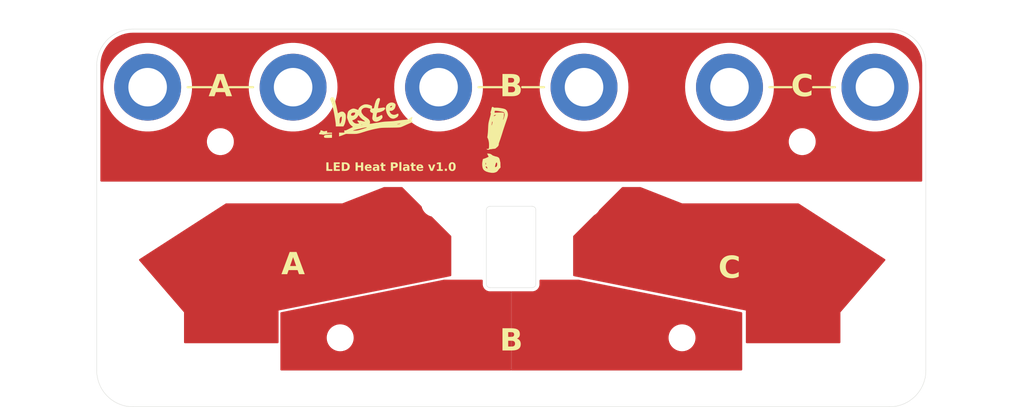
<source format=kicad_pcb>
(kicad_pcb (version 20240108) (generator "pcbnew") (generator_version "8.0")
  (layers (0 "F.Cu" signal) (1 "In1.Cu" signal) (2 "In2.Cu" signal) (31 "B.Cu" signal) (34 "B.Paste" user) (35 "F.Paste" user) (36 "B.SilkS" user "B.Silkscreen") (37 "F.SilkS" user "F.Silkscreen") (38 "B.Mask" user) (39 "F.Mask" user) (44 "Edge.Cuts" user))
  (net 0 "")
  (net 1 "Net-(H7-Pad1)")
  (net 2 "Net-(H10-Pad1)")
  (net 3 "Net-(H11-Pad1)")
  (footprint "MountingHole:MountingHole_3.2mm_M3" (layer "F.Cu") (at 91.975 88)
    (property "Reference" "H3" (hide yes))
    (property "Value" "MountingHole" (hide yes))
    (pad "" np_thru_hole circle (at 0 0) (size 3.2 3.2) (drill 3.2) (layers "*.Mask" "F.Cu" "In1.Cu" "In2.Cu" "B.Cu"))
  )
  (footprint "MountingHole:MountingHole_5.3mm_M5_DIN965_Pad" (layer "F.Cu") (at 150 55)
    (property "Reference" "H10" (hide yes))
    (property "Value" "MountingHole_Pad")
    (pad "1" thru_hole circle (at 0 0) (size 9.2 9.2) (drill 5.3) (layers "*.Cu" "*.Mask") (net 2 "Net-(H10-Pad1)"))
  )
  (footprint "MountingHole:MountingHole_3.2mm_M3" (layer "F.Cu") (at 100 62.5)
    (property "Reference" "H2" (hide yes))
    (property "Value" "MountingHole" (hide yes))
    (pad "" np_thru_hole circle (at 0 0) (size 3.2 3.2) (drill 3.2) (layers "*.Mask" "F.Cu" "In1.Cu" "In2.Cu" "B.Cu"))
  )
  (footprint "MountingHole:MountingHole_5.3mm_M5_DIN965_Pad" (layer "F.Cu") (at 110 55)
    (property "Reference" "H8" (hide yes))
    (property "Value" "MountingHole_Pad")
    (pad "1" thru_hole circle (at 0 0) (size 9.2 9.2) (drill 5.3) (layers "*.Cu" "*.Mask") (net 1 "Net-(H7-Pad1)"))
  )
  (footprint "MountingHole:MountingHole_3.2mm_M3" (layer "F.Cu") (at 150.475 71)
    (property "Reference" "H4" (hide yes))
    (property "Value" "MountingHole" (hide yes))
    (pad "" np_thru_hole circle (at 0 0) (size 3.2 3.2) (drill 3.2) (layers "*.Mask" "F.Cu" "In1.Cu" "In2.Cu" "B.Cu"))
  )
  (footprint "MountingHole:MountingHole_5.3mm_M5_DIN965_Pad" (layer "F.Cu") (at 190 55)
    (property "Reference" "H12" (hide yes))
    (property "Value" "MountingHole_Pad")
    (pad "1" thru_hole circle (at 0 0) (size 9.2 9.2) (drill 5.3) (layers "*.Cu" "*.Mask") (net 3 "Net-(H11-Pad1)"))
  )
  (footprint "MountingHole:MountingHole_3.2mm_M3" (layer "F.Cu") (at 180 62.5)
    (property "Reference" "H2" (hide yes))
    (property "Value" "MountingHole" (hide yes))
    (pad "" np_thru_hole circle (at 0 0) (size 3.2 3.2) (drill 3.2) (layers "*.Mask" "F.Cu" "In1.Cu" "In2.Cu" "B.Cu"))
  )
  (footprint "MountingHole:MountingHole_3.2mm_M3" (layer "F.Cu") (at 116.475 89.5)
    (property "Reference" "H6" (hide yes))
    (property "Value" "MountingHole" (hide yes))
    (pad "" np_thru_hole circle (at 0 0) (size 3.2 3.2) (drill 3.2) (layers "*.Mask" "F.Cu" "In1.Cu" "In2.Cu" "B.Cu"))
  )
  (footprint "MountingHole:MountingHole_5.3mm_M5_DIN965_Pad" (layer "F.Cu") (at 90 55)
    (property "Reference" "H7" (hide yes))
    (property "Value" "MountingHole_Pad")
    (pad "1" thru_hole circle (at 0 0) (size 9.2 9.2) (drill 5.3) (layers "*.Cu" "*.Mask") (net 1 "Net-(H7-Pad1)"))
  )
  (footprint "MountingHole:MountingHole_5.3mm_M5_DIN965_Pad" (layer "F.Cu") (at 170 55)
    (property "Reference" "H11" (hide yes))
    (property "Value" "MountingHole_Pad")
    (pad "1" thru_hole circle (at 0 0) (size 9.2 9.2) (drill 5.3) (layers "*.Cu" "*.Mask") (net 3 "Net-(H11-Pad1)"))
  )
  (footprint "MountingHole:MountingHole_3.2mm_M3" (layer "F.Cu") (at 187.975 88)
    (property "Reference" "H2" (hide yes))
    (property "Value" "MountingHole" (hide yes))
    (pad "" np_thru_hole circle (at 0 0) (size 3.2 3.2) (drill 3.2) (layers "*.Mask" "F.Cu" "In1.Cu" "In2.Cu" "B.Cu"))
  )
  (footprint "LOGO" (layer "F.Cu") (at 126.75 61.5)
    (property "Reference" "G***" (hide yes))
    (property "Value" "LOGO" (hide yes))
  )
  (footprint "MountingHole:MountingHole_5.3mm_M5_DIN965_Pad" (layer "F.Cu") (at 130 55)
    (property "Reference" "H9" (hide yes))
    (property "Value" "MountingHole_Pad")
    (pad "1" thru_hole circle (at 0 0) (size 9.2 9.2) (drill 5.3) (layers "*.Cu" "*.Mask") (net 2 "Net-(H10-Pad1)"))
  )
  (footprint "MountingHole:MountingHole_3.2mm_M3" (layer "F.Cu") (at 163.475 89.5 180)
    (property "Reference" "H5" (hide yes))
    (property "Value" "MountingHole" (hide yes))
    (pad "" np_thru_hole circle (at 0 0 180) (size 3.2 3.2) (drill 3.2) (layers "*.Mask" "F.Cu" "In1.Cu" "In2.Cu" "B.Cu"))
  )
  (footprint "MountingHole:MountingHole_3.2mm_M3" (layer "F.Cu") (at 129.475 71)
    (property "Reference" "H1" (hide yes))
    (property "Value" "MountingHole" (hide yes))
    (pad "" np_thru_hole circle (at 0 0) (size 3.2 3.2) (drill 3.2) (layers "*.Mask" "F.Cu" "In1.Cu" "In2.Cu" "B.Cu"))
  )
  (gr_line (start 184.5 55) (end 181.5 55) (stroke (width 0.3)) (layer "F.SilkS"))
  (gr_line (start 104.5 55) (end 101.25 55) (stroke (width 0.3)) (layer "F.SilkS"))
  (gr_line (start 178.5 55) (end 175.5 55) (stroke (width 0.3)) (layer "F.SilkS"))
  (gr_line (start 144.5 55) (end 141.5 55) (stroke (width 0.3)) (layer "F.SilkS"))
  (gr_line (start 98.75 55) (end 95.5 55) (stroke (width 0.3)) (layer "F.SilkS"))
  (gr_line (start 138.75 55) (end 135.5 55) (stroke (width 0.3)) (layer "F.SilkS"))
  (gr_line (start 137.075 71.4) (end 142.875 71.4) (stroke (width 0.05)) (layer "Edge.Cuts"))
  (gr_arc (start 192 47) (mid 195.535534 48.464466) (end 197 52) (stroke (width 0.05)) (layer "Edge.Cuts"))
  (gr_arc (start 83 52) (mid 84.464466 48.464466) (end 88 47) (stroke (width 0.05)) (layer "Edge.Cuts"))
  (gr_arc (start 136.575 71.9) (mid 136.721447 71.546447) (end 137.075 71.4) (stroke (width 0.05)) (layer "Edge.Cuts"))
  (gr_arc (start 197 94) (mid 195.535534 97.535534) (end 192 99) (stroke (width 0.05)) (layer "Edge.Cuts"))
  (gr_arc (start 88 99) (mid 84.464466 97.535534) (end 83 94) (stroke (width 0.05)) (layer "Edge.Cuts"))
  (gr_line (start 192 99) (end 88 99) (stroke (width 0.05)) (layer "Edge.Cuts"))
  (gr_line (start 136.575 82.1) (end 136.575 71.9) (stroke (width 0.05)) (layer "Edge.Cuts"))
  (gr_line (start 88 47) (end 192 47) (stroke (width 0.05)) (layer "Edge.Cuts"))
  (gr_arc (start 142.875 71.4) (mid 143.228553 71.546447) (end 143.375 71.9) (stroke (width 0.05)) (layer "Edge.Cuts"))
  (gr_line (start 83 94) (end 83 52) (stroke (width 0.05)) (layer "Edge.Cuts"))
  (gr_line (start 197 52) (end 197 94) (stroke (width 0.05)) (layer "Edge.Cuts"))
  (gr_arc (start 137.075 82.6) (mid 136.721447 82.453553) (end 136.575 82.1) (stroke (width 0.05)) (layer "Edge.Cuts"))
  (gr_arc (start 143.375 82.1) (mid 143.228553 82.453553) (end 142.875 82.6) (stroke (width 0.05)) (layer "Edge.Cuts"))
  (gr_line (start 143.375 71.9) (end 143.375 82.1) (stroke (width 0.05)) (layer "Edge.Cuts"))
  (gr_line (start 142.875 82.6) (end 137.075 82.6) (stroke (width 0.05)) (layer "Edge.Cuts"))
  (gr_text "A" (at 100 55 0) (layer "F.SilkS") (effects (font (size 3 3) (thickness 0.2) (bold yes))))
  (gr_text "LED Heat Plate v1.0" (at 114.42 66.72 0) (layer "F.SilkS") (effects (font (size 1.15 1.15) (thickness 0.2) (bold yes)) (justify left bottom)))
  (gr_text "A" (at 110 79.5 0) (layer "F.SilkS") (effects (font (size 3 3) (thickness 0.2) (bold yes))))
  (gr_text "B" (at 140 90 0) (layer "F.SilkS") (effects (font (size 3 3) (thickness 0.2) (bold yes))))
  (gr_text "C" (at 180 55 0) (layer "F.SilkS") (effects (font (size 3 3) (thickness 0.2) (bold yes))))
  (gr_text "B" (at 140 55 0) (layer "F.SilkS") (effects (font (size 3 3) (thickness 0.2) (bold yes))))
  (gr_text "C" (at 170 80 0) (layer "F.SilkS") (effects (font (size 3 3) (thickness 0.2) (bold yes))))
  (zone (net 0) (net_name "") (layer "F.Cu") (priority 1) (connect_pads (clearance 0.5)) (min_thickness 0.25) (fill yes (thermal_gap 0.5) (thermal_bridge_width 0.5) (island_removal_mode 1) (island_area_min 10))
    (polygon (pts (xy 108.25 94) (xy 108.25 86) (xy 130.75 81.5) (xy 140 81.5) (xy 140 94)))
  )
  (zone (net 0) (net_name "") (layer "F.Cu") (priority 2) (connect_pads (clearance 1.5)) (min_thickness 0.25) (fill yes (thermal_gap 0.5) (thermal_bridge_width 0.5) (island_removal_mode 1) (island_area_min 10))
    (polygon (pts (xy 80.5 43) (xy 198.75 43) (xy 198.75 68) (xy 80.5 68)))
  )
  (zone (net 0) (net_name "") (layer "F.Cu") (connect_pads (clearance 0.5)) (min_thickness 0.25) (fill yes (thermal_gap 0.5) (thermal_bridge_width 0.5) (island_removal_mode 1) (island_area_min 10))
    (polygon (pts (xy 125 68.75) (xy 131.75 75.5) (xy 131.75 81) (xy 108 85.75) (xy 108 90.25) (xy 95 90.25) (xy 95 86) (xy 88.75 78.75) (xy 100.75 71) (xy 116.75 71) (xy 122.5 68.75)))
  )
  (zone (net 0) (net_name "") (layer "F.Cu") (connect_pads (clearance 1.5)) (min_thickness 0.25) (fill yes (thermal_gap 0.5) (thermal_bridge_width 0.5) (island_removal_mode 1) (island_area_min 10))
    (polygon (pts (xy 155.25 68.75) (xy 148.5 75.5) (xy 148.5 81) (xy 172.25 85.75) (xy 172.25 90.25) (xy 185.25 90.25) (xy 185.25 86) (xy 191.5 78.75) (xy 179.5 71) (xy 163.5 71) (xy 157.767241 68.75)))
  )
  (zone (net 0) (net_name "") (layer "F.Cu") (priority 1) (connect_pads (clearance 0.5)) (min_thickness 0.25) (fill yes (thermal_gap 0.5) (thermal_bridge_width 0.5) (island_removal_mode 1) (island_area_min 10))
    (polygon (pts (xy 171.75 94) (xy 171.75 86) (xy 149.25 81.5) (xy 140 81.5) (xy 140 94)))
  )
)
</source>
